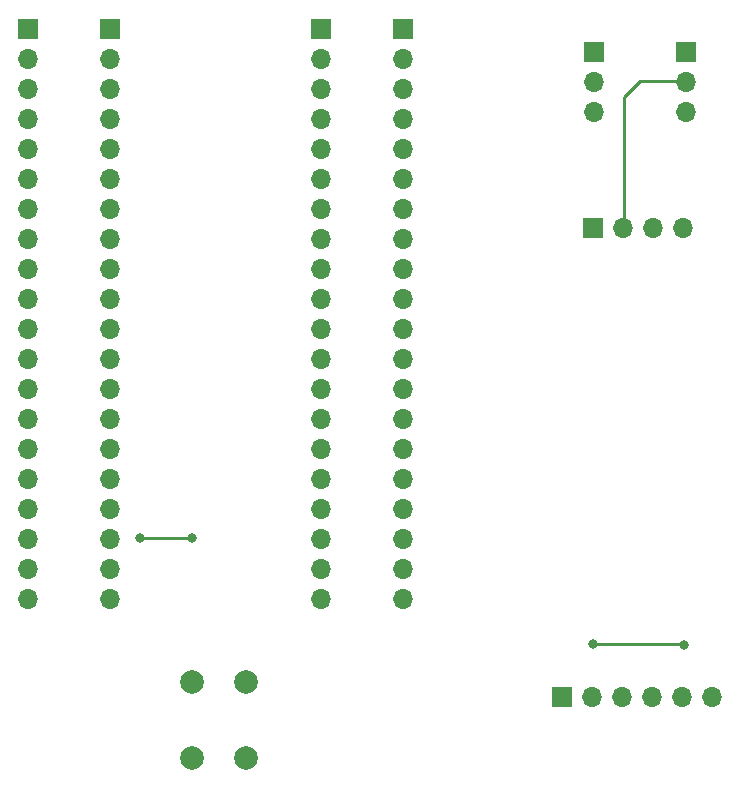
<source format=gbr>
%TF.GenerationSoftware,KiCad,Pcbnew,7.0.2*%
%TF.CreationDate,2023-06-06T15:03:05-03:00*%
%TF.ProjectId,Pico-Carrier,5069636f-2d43-4617-9272-6965722e6b69,rev?*%
%TF.SameCoordinates,Original*%
%TF.FileFunction,Copper,L1,Top*%
%TF.FilePolarity,Positive*%
%FSLAX46Y46*%
G04 Gerber Fmt 4.6, Leading zero omitted, Abs format (unit mm)*
G04 Created by KiCad (PCBNEW 7.0.2) date 2023-06-06 15:03:05*
%MOMM*%
%LPD*%
G01*
G04 APERTURE LIST*
%TA.AperFunction,ComponentPad*%
%ADD10R,1.700000X1.700000*%
%TD*%
%TA.AperFunction,ComponentPad*%
%ADD11O,1.700000X1.700000*%
%TD*%
%TA.AperFunction,ComponentPad*%
%ADD12C,2.000000*%
%TD*%
%TA.AperFunction,ViaPad*%
%ADD13C,0.800000*%
%TD*%
%TA.AperFunction,Conductor*%
%ADD14C,0.250000*%
%TD*%
G04 APERTURE END LIST*
D10*
%TO.P,J1,1,Pin_1*%
%TO.N,Net-(J1-Pin_1)*%
X122400000Y-46200000D03*
D11*
%TO.P,J1,2,Pin_2*%
%TO.N,Net-(J1-Pin_2)*%
X122400000Y-48740000D03*
%TO.P,J1,3,Pin_3*%
%TO.N,GND*%
X122400000Y-51280000D03*
%TO.P,J1,4,Pin_4*%
%TO.N,Net-(J1-Pin_4)*%
X122400000Y-53820000D03*
%TO.P,J1,5,Pin_5*%
%TO.N,Net-(J1-Pin_5)*%
X122400000Y-56360000D03*
%TO.P,J1,6,Pin_6*%
%TO.N,/SDA*%
X122400000Y-58900000D03*
%TO.P,J1,7,Pin_7*%
%TO.N,/SCL*%
X122400000Y-61440000D03*
%TO.P,J1,8,Pin_8*%
%TO.N,GND*%
X122400000Y-63980000D03*
%TO.P,J1,9,Pin_9*%
%TO.N,Net-(J1-Pin_9)*%
X122400000Y-66520000D03*
%TO.P,J1,10,Pin_10*%
%TO.N,Net-(J1-Pin_10)*%
X122400000Y-69060000D03*
%TO.P,J1,11,Pin_11*%
%TO.N,Net-(J1-Pin_11)*%
X122400000Y-71600000D03*
%TO.P,J1,12,Pin_12*%
%TO.N,Net-(J1-Pin_12)*%
X122400000Y-74140000D03*
%TO.P,J1,13,Pin_13*%
%TO.N,GND*%
X122400000Y-76680000D03*
%TO.P,J1,14,Pin_14*%
%TO.N,Net-(J1-Pin_14)*%
X122400000Y-79220000D03*
%TO.P,J1,15,Pin_15*%
%TO.N,Net-(J1-Pin_15)*%
X122400000Y-81760000D03*
%TO.P,J1,16,Pin_16*%
%TO.N,Net-(J1-Pin_16)*%
X122400000Y-84300000D03*
%TO.P,J1,17,Pin_17*%
%TO.N,Net-(J1-Pin_17)*%
X122400000Y-86840000D03*
%TO.P,J1,18,Pin_18*%
%TO.N,GND*%
X122400000Y-89380000D03*
%TO.P,J1,19,Pin_19*%
%TO.N,Net-(J1-Pin_19)*%
X122400000Y-91920000D03*
%TO.P,J1,20,Pin_20*%
%TO.N,Net-(J1-Pin_20)*%
X122400000Y-94460000D03*
%TD*%
D10*
%TO.P,J6,1,Pin_1*%
%TO.N,/3V3*%
X160630000Y-102750000D03*
D11*
%TO.P,J6,2,Pin_2*%
%TO.N,GND*%
X163170000Y-102750000D03*
%TO.P,J6,3,Pin_3*%
%TO.N,/SCL*%
X165710000Y-102750000D03*
%TO.P,J6,4,Pin_4*%
%TO.N,/SDA*%
X168250000Y-102750000D03*
%TO.P,J6,5,Pin_5*%
%TO.N,unconnected-(J6-Pin_5-Pad5)*%
X170790000Y-102750000D03*
%TO.P,J6,6,Pin_6*%
%TO.N,unconnected-(J6-Pin_6-Pad6)*%
X173330000Y-102750000D03*
%TD*%
D10*
%TO.P,J5,1,Pin_1*%
%TO.N,/3V3*%
X171100000Y-48110000D03*
D11*
%TO.P,J5,2,Pin_2*%
%TO.N,Net-(J3-Pin_2)*%
X171100000Y-50650000D03*
%TO.P,J5,3,Pin_3*%
%TO.N,GND*%
X171100000Y-53190000D03*
%TD*%
D10*
%TO.P,J7,1,Pin_1*%
%TO.N,Net-(J1-Pin_1)*%
X115400000Y-46200000D03*
D11*
%TO.P,J7,2,Pin_2*%
%TO.N,Net-(J1-Pin_2)*%
X115400000Y-48740000D03*
%TO.P,J7,3,Pin_3*%
%TO.N,GND*%
X115400000Y-51280000D03*
%TO.P,J7,4,Pin_4*%
%TO.N,Net-(J1-Pin_4)*%
X115400000Y-53820000D03*
%TO.P,J7,5,Pin_5*%
%TO.N,Net-(J1-Pin_5)*%
X115400000Y-56360000D03*
%TO.P,J7,6,Pin_6*%
%TO.N,/SDA*%
X115400000Y-58900000D03*
%TO.P,J7,7,Pin_7*%
%TO.N,/SCL*%
X115400000Y-61440000D03*
%TO.P,J7,8,Pin_8*%
%TO.N,GND*%
X115400000Y-63980000D03*
%TO.P,J7,9,Pin_9*%
%TO.N,Net-(J1-Pin_9)*%
X115400000Y-66520000D03*
%TO.P,J7,10,Pin_10*%
%TO.N,Net-(J1-Pin_10)*%
X115400000Y-69060000D03*
%TO.P,J7,11,Pin_11*%
%TO.N,Net-(J1-Pin_11)*%
X115400000Y-71600000D03*
%TO.P,J7,12,Pin_12*%
%TO.N,Net-(J1-Pin_12)*%
X115400000Y-74140000D03*
%TO.P,J7,13,Pin_13*%
%TO.N,GND*%
X115400000Y-76680000D03*
%TO.P,J7,14,Pin_14*%
%TO.N,Net-(J1-Pin_14)*%
X115400000Y-79220000D03*
%TO.P,J7,15,Pin_15*%
%TO.N,Net-(J1-Pin_15)*%
X115400000Y-81760000D03*
%TO.P,J7,16,Pin_16*%
%TO.N,Net-(J1-Pin_16)*%
X115400000Y-84300000D03*
%TO.P,J7,17,Pin_17*%
%TO.N,Net-(J1-Pin_17)*%
X115400000Y-86840000D03*
%TO.P,J7,18,Pin_18*%
%TO.N,GND*%
X115400000Y-89380000D03*
%TO.P,J7,19,Pin_19*%
%TO.N,Net-(J1-Pin_19)*%
X115400000Y-91920000D03*
%TO.P,J7,20,Pin_20*%
%TO.N,Net-(J1-Pin_20)*%
X115400000Y-94460000D03*
%TD*%
D10*
%TO.P,J4,1,Pin_1*%
%TO.N,/3V3*%
X163350000Y-48125000D03*
D11*
%TO.P,J4,2,Pin_2*%
%TO.N,Net-(J3-Pin_1)*%
X163350000Y-50665000D03*
%TO.P,J4,3,Pin_3*%
%TO.N,GND*%
X163350000Y-53205000D03*
%TD*%
D10*
%TO.P,J8,1,Pin_1*%
%TO.N,Net-(J2-Pin_1)*%
X147200000Y-46210000D03*
D11*
%TO.P,J8,2,Pin_2*%
%TO.N,Net-(J2-Pin_2)*%
X147200000Y-48750000D03*
%TO.P,J8,3,Pin_3*%
%TO.N,GND*%
X147200000Y-51290000D03*
%TO.P,J8,4,Pin_4*%
%TO.N,Net-(J2-Pin_4)*%
X147200000Y-53830000D03*
%TO.P,J8,5,Pin_5*%
%TO.N,/3V3*%
X147200000Y-56370000D03*
%TO.P,J8,6,Pin_6*%
%TO.N,Net-(J2-Pin_6)*%
X147200000Y-58910000D03*
%TO.P,J8,7,Pin_7*%
%TO.N,Net-(J2-Pin_7)*%
X147200000Y-61450000D03*
%TO.P,J8,8,Pin_8*%
%TO.N,GND*%
X147200000Y-63990000D03*
%TO.P,J8,9,Pin_9*%
%TO.N,Net-(J2-Pin_9)*%
X147200000Y-66530000D03*
%TO.P,J8,10,Pin_10*%
%TO.N,Net-(J2-Pin_10)*%
X147200000Y-69070000D03*
%TO.P,J8,11,Pin_11*%
%TO.N,/RUN*%
X147200000Y-71610000D03*
%TO.P,J8,12,Pin_12*%
%TO.N,Net-(J2-Pin_12)*%
X147200000Y-74150000D03*
%TO.P,J8,13,Pin_13*%
%TO.N,GND*%
X147200000Y-76690000D03*
%TO.P,J8,14,Pin_14*%
%TO.N,Net-(J2-Pin_14)*%
X147200000Y-79230000D03*
%TO.P,J8,15,Pin_15*%
%TO.N,Net-(J2-Pin_15)*%
X147200000Y-81770000D03*
%TO.P,J8,16,Pin_16*%
%TO.N,Net-(J2-Pin_16)*%
X147200000Y-84310000D03*
%TO.P,J8,17,Pin_17*%
%TO.N,Net-(J2-Pin_17)*%
X147200000Y-86850000D03*
%TO.P,J8,18,Pin_18*%
%TO.N,GND*%
X147200000Y-89390000D03*
%TO.P,J8,19,Pin_19*%
%TO.N,Net-(J2-Pin_19)*%
X147200000Y-91930000D03*
%TO.P,J8,20,Pin_20*%
%TO.N,Net-(J2-Pin_20)*%
X147200000Y-94470000D03*
%TD*%
D12*
%TO.P,SW1,1,1*%
%TO.N,/RUN*%
X133850000Y-101450000D03*
X133850000Y-107950000D03*
%TO.P,SW1,2,2*%
%TO.N,GND*%
X129350000Y-101450000D03*
X129350000Y-107950000D03*
%TD*%
D10*
%TO.P,J2,1,Pin_1*%
%TO.N,Net-(J2-Pin_1)*%
X140200000Y-46200000D03*
D11*
%TO.P,J2,2,Pin_2*%
%TO.N,Net-(J2-Pin_2)*%
X140200000Y-48740000D03*
%TO.P,J2,3,Pin_3*%
%TO.N,GND*%
X140200000Y-51280000D03*
%TO.P,J2,4,Pin_4*%
%TO.N,Net-(J2-Pin_4)*%
X140200000Y-53820000D03*
%TO.P,J2,5,Pin_5*%
%TO.N,/3V3*%
X140200000Y-56360000D03*
%TO.P,J2,6,Pin_6*%
%TO.N,Net-(J2-Pin_6)*%
X140200000Y-58900000D03*
%TO.P,J2,7,Pin_7*%
%TO.N,Net-(J2-Pin_7)*%
X140200000Y-61440000D03*
%TO.P,J2,8,Pin_8*%
%TO.N,GND*%
X140200000Y-63980000D03*
%TO.P,J2,9,Pin_9*%
%TO.N,Net-(J2-Pin_9)*%
X140200000Y-66520000D03*
%TO.P,J2,10,Pin_10*%
%TO.N,Net-(J2-Pin_10)*%
X140200000Y-69060000D03*
%TO.P,J2,11,Pin_11*%
%TO.N,/RUN*%
X140200000Y-71600000D03*
%TO.P,J2,12,Pin_12*%
%TO.N,Net-(J2-Pin_12)*%
X140200000Y-74140000D03*
%TO.P,J2,13,Pin_13*%
%TO.N,GND*%
X140200000Y-76680000D03*
%TO.P,J2,14,Pin_14*%
%TO.N,Net-(J2-Pin_14)*%
X140200000Y-79220000D03*
%TO.P,J2,15,Pin_15*%
%TO.N,Net-(J2-Pin_15)*%
X140200000Y-81760000D03*
%TO.P,J2,16,Pin_16*%
%TO.N,Net-(J2-Pin_16)*%
X140200000Y-84300000D03*
%TO.P,J2,17,Pin_17*%
%TO.N,Net-(J2-Pin_17)*%
X140200000Y-86840000D03*
%TO.P,J2,18,Pin_18*%
%TO.N,GND*%
X140200000Y-89380000D03*
%TO.P,J2,19,Pin_19*%
%TO.N,Net-(J2-Pin_19)*%
X140200000Y-91920000D03*
%TO.P,J2,20,Pin_20*%
%TO.N,Net-(J2-Pin_20)*%
X140200000Y-94460000D03*
%TD*%
D10*
%TO.P,J3,1,Pin_1*%
%TO.N,Net-(J3-Pin_1)*%
X163300000Y-63025000D03*
D11*
%TO.P,J3,2,Pin_2*%
%TO.N,Net-(J3-Pin_2)*%
X165840000Y-63025000D03*
%TO.P,J3,3,Pin_3*%
%TO.N,/SCL*%
X168380000Y-63025000D03*
%TO.P,J3,4,Pin_4*%
%TO.N,/SDA*%
X170920000Y-63025000D03*
%TD*%
D13*
%TO.N,GND*%
X163300000Y-98300000D03*
X170950000Y-98350000D03*
X129300000Y-89300000D03*
X124900000Y-89300000D03*
%TD*%
D14*
%TO.N,GND*%
X124900000Y-89300000D02*
X129300000Y-89300000D01*
X163300000Y-98300000D02*
X170900000Y-98300000D01*
%TO.N,Net-(J3-Pin_2)*%
X171110000Y-50582500D02*
X167210000Y-50582500D01*
X165850000Y-51942500D02*
X165850000Y-62957500D01*
X167210000Y-50582500D02*
X165850000Y-51942500D01*
%TD*%
M02*

</source>
